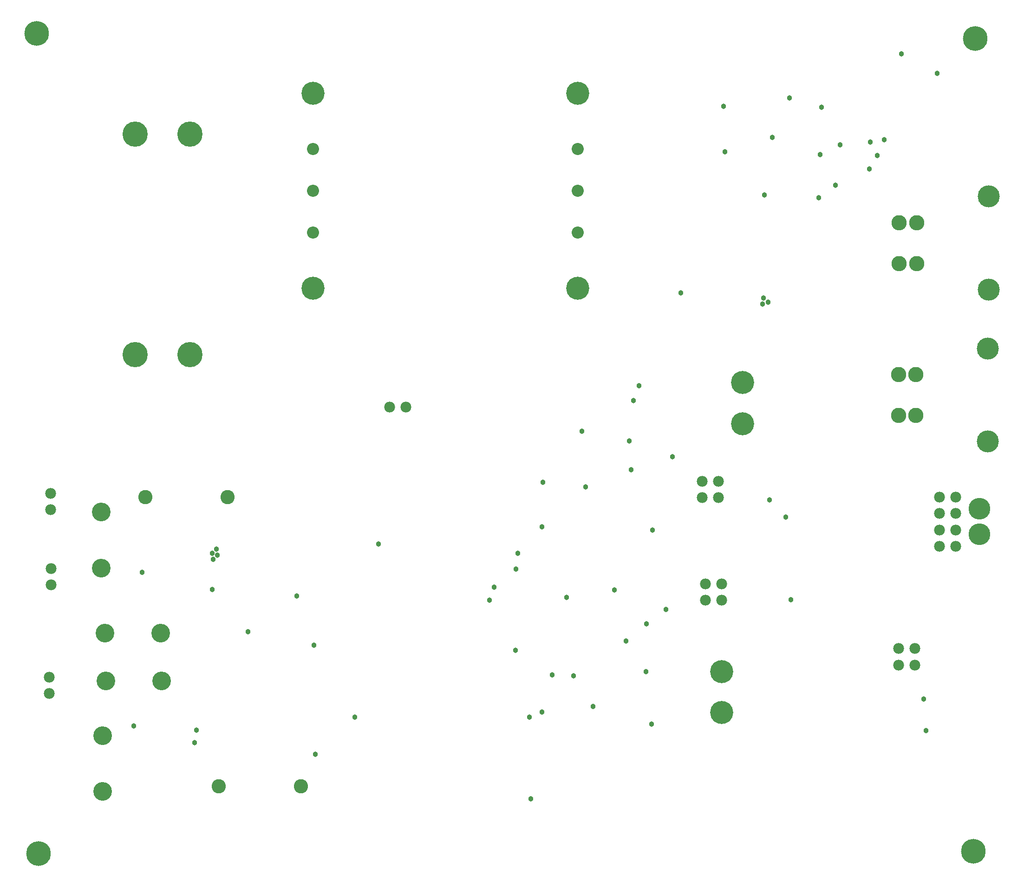
<source format=gbs>
G04*
G04 #@! TF.GenerationSoftware,Altium Limited,Altium Designer,21.7.2 (23)*
G04*
G04 Layer_Color=16711935*
%FSLAX25Y25*%
%MOIN*%
G70*
G04*
G04 #@! TF.SameCoordinates,1753F5FE-5082-4D15-9E76-917EA7E0E8BB*
G04*
G04*
G04 #@! TF.FilePolarity,Negative*
G04*
G01*
G75*
%ADD42C,0.03800*%
%ADD67C,0.16548*%
%ADD68C,0.07800*%
%ADD69C,0.10958*%
%ADD70C,0.15800*%
%ADD71C,0.08674*%
%ADD72C,0.13398*%
%ADD73C,0.10249*%
%ADD74C,0.18123*%
%ADD75C,0.15600*%
%ADD76C,0.17729*%
D42*
X461417Y-521654D02*
D03*
X476378Y-329528D02*
D03*
X546063Y-360630D02*
D03*
X617717Y-122835D02*
D03*
X623228Y-113386D02*
D03*
X666535Y-54331D02*
D03*
X618504Y-103543D02*
D03*
X628346Y-101969D02*
D03*
X512992Y-77953D02*
D03*
X461885Y-382366D02*
D03*
X445413Y-318110D02*
D03*
X446850Y-338976D02*
D03*
X448425Y-289370D02*
D03*
X95669Y-412598D02*
D03*
X540945Y-220079D02*
D03*
X541823Y-215445D02*
D03*
X149213Y-396063D02*
D03*
X149606Y-400394D02*
D03*
X146063Y-398819D02*
D03*
X146850Y-403150D02*
D03*
X640551Y-40157D02*
D03*
X344882Y-432677D02*
D03*
X348425Y-423228D02*
D03*
X363779Y-468504D02*
D03*
X548032Y-100394D02*
D03*
X560236Y-72047D02*
D03*
X482283Y-211811D02*
D03*
X582283Y-112598D02*
D03*
X596850Y-105512D02*
D03*
X581496Y-143701D02*
D03*
X593307Y-134646D02*
D03*
X514173Y-110630D02*
D03*
X583465Y-78740D02*
D03*
X542520Y-141732D02*
D03*
X171653Y-455118D02*
D03*
X265354Y-392126D02*
D03*
X133465Y-535039D02*
D03*
X220079Y-543307D02*
D03*
X89764Y-522835D02*
D03*
X146063Y-424803D02*
D03*
X134646Y-525984D02*
D03*
X248425Y-516535D02*
D03*
X206693Y-429528D02*
D03*
X365354Y-398819D02*
D03*
X434646Y-425197D02*
D03*
X471654Y-439370D02*
D03*
X658268Y-526378D02*
D03*
X544882Y-218504D02*
D03*
X452362Y-278740D02*
D03*
X442913Y-461811D02*
D03*
X374803Y-575197D02*
D03*
X382677Y-512992D02*
D03*
X419291Y-509055D02*
D03*
X390158Y-486221D02*
D03*
X218898Y-464961D02*
D03*
X656693Y-503543D02*
D03*
X457874Y-449606D02*
D03*
X561417Y-432283D02*
D03*
X557874Y-372835D02*
D03*
X411417Y-311417D02*
D03*
X414173Y-351181D02*
D03*
X383465Y-348031D02*
D03*
X382677Y-379921D02*
D03*
X364173Y-410236D02*
D03*
X400394Y-430709D02*
D03*
X457480Y-483858D02*
D03*
X405512Y-487008D02*
D03*
X373622Y-516535D02*
D03*
D67*
X526772Y-305906D02*
D03*
Y-276378D02*
D03*
X218307Y-68583D02*
D03*
Y-208583D02*
D03*
X408465Y-68583D02*
D03*
Y-208583D02*
D03*
X511811Y-513386D02*
D03*
Y-483858D02*
D03*
D68*
X29134Y-499606D02*
D03*
Y-487795D02*
D03*
X497649Y-359055D02*
D03*
Y-347255D02*
D03*
X509449Y-359055D02*
D03*
Y-347255D02*
D03*
X511800Y-420877D02*
D03*
Y-432677D02*
D03*
X500000Y-420877D02*
D03*
Y-432677D02*
D03*
X285039Y-294094D02*
D03*
X273228D02*
D03*
X638594Y-467323D02*
D03*
X650394D02*
D03*
X638594Y-479123D02*
D03*
X650394D02*
D03*
X29921Y-355906D02*
D03*
Y-367717D02*
D03*
X30315Y-421654D02*
D03*
Y-409842D02*
D03*
X668050Y-370333D02*
D03*
Y-358533D02*
D03*
X679850D02*
D03*
Y-370333D02*
D03*
Y-393933D02*
D03*
Y-382133D02*
D03*
X668050D02*
D03*
Y-393933D02*
D03*
D69*
X651575Y-161445D02*
D03*
X639055Y-190945D02*
D03*
Y-161445D02*
D03*
X651575Y-190945D02*
D03*
X651181Y-300000D02*
D03*
X638661Y-270500D02*
D03*
Y-300000D02*
D03*
X651181Y-270500D02*
D03*
D70*
X703268Y-142744D02*
D03*
Y-209646D02*
D03*
X702874Y-318701D02*
D03*
Y-251799D02*
D03*
D71*
X218307Y-108583D02*
D03*
Y-138583D02*
D03*
Y-168583D02*
D03*
X408465Y-108583D02*
D03*
Y-138583D02*
D03*
Y-168583D02*
D03*
D72*
X109843Y-490551D02*
D03*
X69685D02*
D03*
X66535Y-409449D02*
D03*
Y-369291D02*
D03*
X67323Y-529921D02*
D03*
Y-570079D02*
D03*
X109055Y-456299D02*
D03*
X68898D02*
D03*
D73*
X157087Y-358661D02*
D03*
X98032D02*
D03*
X150787Y-566142D02*
D03*
X209842D02*
D03*
D74*
X90551Y-98032D02*
D03*
X129921D02*
D03*
X90551Y-256299D02*
D03*
X129921D02*
D03*
D75*
X696850Y-366933D02*
D03*
Y-385433D02*
D03*
D76*
X21260Y-614567D02*
D03*
X692520Y-612992D02*
D03*
X20079Y-25591D02*
D03*
X693701Y-29134D02*
D03*
M02*

</source>
